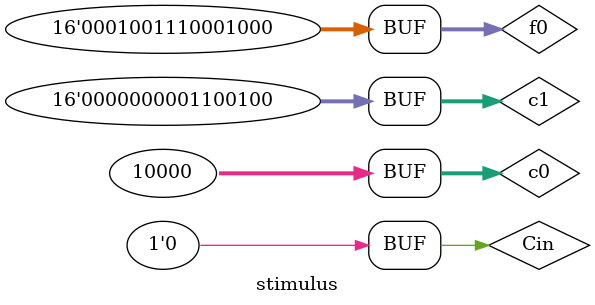
<source format=v>
`timescale 1ns / 1ps
module stimulus;
	// Inputs
	reg [15:0] f0;
	reg [15:0] c1;
	reg [31:0] c0;
	reg Cin;
	//reg retenue_prec;
	// Outputs
	//wire retenue;
	reg [31:0] inter;
	wire [31:0] y;
	// Instantiate the Unit Under Test (UUT)
	
	Regression uut (
		f0, c1, c0, Cin, y
	);
	

 
	initial begin
	$dumpfile("test_Regression.vcd");
    $dumpvars(0,stimulus);
		// Initialize Inputs
		f0 = 16'b0000000000000000;
		c0 = 31'b0000000000000000;
		c1 = 16'b0000000000000000;
		Cin = 0;
 
	#20 f0 = 16'd5000;
	#20 c0 = 31'd10000;
	#20 c1 = 16'd100;
	end  
 
		initial begin
		 $monitor("t=%3d c0=%d, f0=%d, c1=%d, result=%d \n",$time,c0,f0,c1,y);
		 end
 
endmodule
 

</source>
